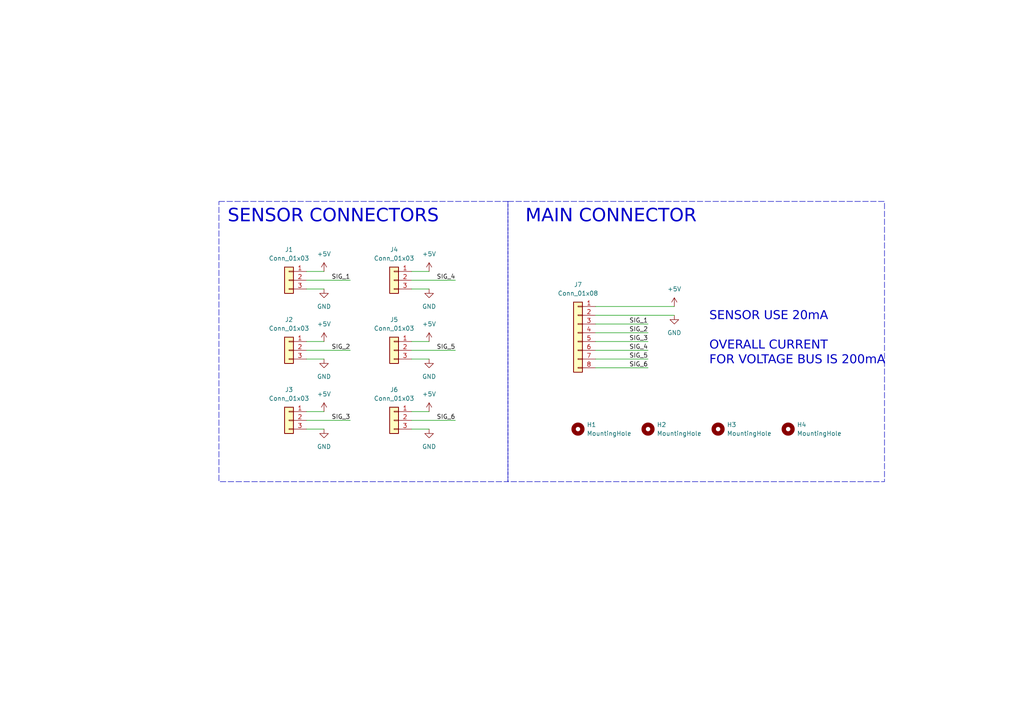
<source format=kicad_sch>
(kicad_sch (version 20230121) (generator eeschema)

  (uuid 27f330ac-d557-490c-84f6-d8c7ba02646e)

  (paper "A4")

  (title_block
    (date "2023-10-24")
  )

  (lib_symbols
    (symbol "Connector_Generic:Conn_01x03" (pin_names (offset 1.016) hide) (in_bom yes) (on_board yes)
      (property "Reference" "J" (at 0 5.08 0)
        (effects (font (size 1.27 1.27)))
      )
      (property "Value" "Conn_01x03" (at 0 -5.08 0)
        (effects (font (size 1.27 1.27)))
      )
      (property "Footprint" "" (at 0 0 0)
        (effects (font (size 1.27 1.27)) hide)
      )
      (property "Datasheet" "~" (at 0 0 0)
        (effects (font (size 1.27 1.27)) hide)
      )
      (property "ki_keywords" "connector" (at 0 0 0)
        (effects (font (size 1.27 1.27)) hide)
      )
      (property "ki_description" "Generic connector, single row, 01x03, script generated (kicad-library-utils/schlib/autogen/connector/)" (at 0 0 0)
        (effects (font (size 1.27 1.27)) hide)
      )
      (property "ki_fp_filters" "Connector*:*_1x??_*" (at 0 0 0)
        (effects (font (size 1.27 1.27)) hide)
      )
      (symbol "Conn_01x03_1_1"
        (rectangle (start -1.27 -2.413) (end 0 -2.667)
          (stroke (width 0.1524) (type default))
          (fill (type none))
        )
        (rectangle (start -1.27 0.127) (end 0 -0.127)
          (stroke (width 0.1524) (type default))
          (fill (type none))
        )
        (rectangle (start -1.27 2.667) (end 0 2.413)
          (stroke (width 0.1524) (type default))
          (fill (type none))
        )
        (rectangle (start -1.27 3.81) (end 1.27 -3.81)
          (stroke (width 0.254) (type default))
          (fill (type background))
        )
        (pin passive line (at -5.08 2.54 0) (length 3.81)
          (name "Pin_1" (effects (font (size 1.27 1.27))))
          (number "1" (effects (font (size 1.27 1.27))))
        )
        (pin passive line (at -5.08 0 0) (length 3.81)
          (name "Pin_2" (effects (font (size 1.27 1.27))))
          (number "2" (effects (font (size 1.27 1.27))))
        )
        (pin passive line (at -5.08 -2.54 0) (length 3.81)
          (name "Pin_3" (effects (font (size 1.27 1.27))))
          (number "3" (effects (font (size 1.27 1.27))))
        )
      )
    )
    (symbol "Connector_Generic:Conn_01x08" (pin_names (offset 1.016) hide) (in_bom yes) (on_board yes)
      (property "Reference" "J" (at 0 10.16 0)
        (effects (font (size 1.27 1.27)))
      )
      (property "Value" "Conn_01x08" (at 0 -12.7 0)
        (effects (font (size 1.27 1.27)))
      )
      (property "Footprint" "" (at 0 0 0)
        (effects (font (size 1.27 1.27)) hide)
      )
      (property "Datasheet" "~" (at 0 0 0)
        (effects (font (size 1.27 1.27)) hide)
      )
      (property "ki_keywords" "connector" (at 0 0 0)
        (effects (font (size 1.27 1.27)) hide)
      )
      (property "ki_description" "Generic connector, single row, 01x08, script generated (kicad-library-utils/schlib/autogen/connector/)" (at 0 0 0)
        (effects (font (size 1.27 1.27)) hide)
      )
      (property "ki_fp_filters" "Connector*:*_1x??_*" (at 0 0 0)
        (effects (font (size 1.27 1.27)) hide)
      )
      (symbol "Conn_01x08_1_1"
        (rectangle (start -1.27 -10.033) (end 0 -10.287)
          (stroke (width 0.1524) (type default))
          (fill (type none))
        )
        (rectangle (start -1.27 -7.493) (end 0 -7.747)
          (stroke (width 0.1524) (type default))
          (fill (type none))
        )
        (rectangle (start -1.27 -4.953) (end 0 -5.207)
          (stroke (width 0.1524) (type default))
          (fill (type none))
        )
        (rectangle (start -1.27 -2.413) (end 0 -2.667)
          (stroke (width 0.1524) (type default))
          (fill (type none))
        )
        (rectangle (start -1.27 0.127) (end 0 -0.127)
          (stroke (width 0.1524) (type default))
          (fill (type none))
        )
        (rectangle (start -1.27 2.667) (end 0 2.413)
          (stroke (width 0.1524) (type default))
          (fill (type none))
        )
        (rectangle (start -1.27 5.207) (end 0 4.953)
          (stroke (width 0.1524) (type default))
          (fill (type none))
        )
        (rectangle (start -1.27 7.747) (end 0 7.493)
          (stroke (width 0.1524) (type default))
          (fill (type none))
        )
        (rectangle (start -1.27 8.89) (end 1.27 -11.43)
          (stroke (width 0.254) (type default))
          (fill (type background))
        )
        (pin passive line (at -5.08 7.62 0) (length 3.81)
          (name "Pin_1" (effects (font (size 1.27 1.27))))
          (number "1" (effects (font (size 1.27 1.27))))
        )
        (pin passive line (at -5.08 5.08 0) (length 3.81)
          (name "Pin_2" (effects (font (size 1.27 1.27))))
          (number "2" (effects (font (size 1.27 1.27))))
        )
        (pin passive line (at -5.08 2.54 0) (length 3.81)
          (name "Pin_3" (effects (font (size 1.27 1.27))))
          (number "3" (effects (font (size 1.27 1.27))))
        )
        (pin passive line (at -5.08 0 0) (length 3.81)
          (name "Pin_4" (effects (font (size 1.27 1.27))))
          (number "4" (effects (font (size 1.27 1.27))))
        )
        (pin passive line (at -5.08 -2.54 0) (length 3.81)
          (name "Pin_5" (effects (font (size 1.27 1.27))))
          (number "5" (effects (font (size 1.27 1.27))))
        )
        (pin passive line (at -5.08 -5.08 0) (length 3.81)
          (name "Pin_6" (effects (font (size 1.27 1.27))))
          (number "6" (effects (font (size 1.27 1.27))))
        )
        (pin passive line (at -5.08 -7.62 0) (length 3.81)
          (name "Pin_7" (effects (font (size 1.27 1.27))))
          (number "7" (effects (font (size 1.27 1.27))))
        )
        (pin passive line (at -5.08 -10.16 0) (length 3.81)
          (name "Pin_8" (effects (font (size 1.27 1.27))))
          (number "8" (effects (font (size 1.27 1.27))))
        )
      )
    )
    (symbol "Mechanical:MountingHole" (pin_names (offset 1.016)) (in_bom yes) (on_board yes)
      (property "Reference" "H" (at 0 5.08 0)
        (effects (font (size 1.27 1.27)))
      )
      (property "Value" "MountingHole" (at 0 3.175 0)
        (effects (font (size 1.27 1.27)))
      )
      (property "Footprint" "" (at 0 0 0)
        (effects (font (size 1.27 1.27)) hide)
      )
      (property "Datasheet" "~" (at 0 0 0)
        (effects (font (size 1.27 1.27)) hide)
      )
      (property "ki_keywords" "mounting hole" (at 0 0 0)
        (effects (font (size 1.27 1.27)) hide)
      )
      (property "ki_description" "Mounting Hole without connection" (at 0 0 0)
        (effects (font (size 1.27 1.27)) hide)
      )
      (property "ki_fp_filters" "MountingHole*" (at 0 0 0)
        (effects (font (size 1.27 1.27)) hide)
      )
      (symbol "MountingHole_0_1"
        (circle (center 0 0) (radius 1.27)
          (stroke (width 1.27) (type default))
          (fill (type none))
        )
      )
    )
    (symbol "power:+5V" (power) (pin_names (offset 0)) (in_bom yes) (on_board yes)
      (property "Reference" "#PWR" (at 0 -3.81 0)
        (effects (font (size 1.27 1.27)) hide)
      )
      (property "Value" "+5V" (at 0 3.556 0)
        (effects (font (size 1.27 1.27)))
      )
      (property "Footprint" "" (at 0 0 0)
        (effects (font (size 1.27 1.27)) hide)
      )
      (property "Datasheet" "" (at 0 0 0)
        (effects (font (size 1.27 1.27)) hide)
      )
      (property "ki_keywords" "global power" (at 0 0 0)
        (effects (font (size 1.27 1.27)) hide)
      )
      (property "ki_description" "Power symbol creates a global label with name \"+5V\"" (at 0 0 0)
        (effects (font (size 1.27 1.27)) hide)
      )
      (symbol "+5V_0_1"
        (polyline
          (pts
            (xy -0.762 1.27)
            (xy 0 2.54)
          )
          (stroke (width 0) (type default))
          (fill (type none))
        )
        (polyline
          (pts
            (xy 0 0)
            (xy 0 2.54)
          )
          (stroke (width 0) (type default))
          (fill (type none))
        )
        (polyline
          (pts
            (xy 0 2.54)
            (xy 0.762 1.27)
          )
          (stroke (width 0) (type default))
          (fill (type none))
        )
      )
      (symbol "+5V_1_1"
        (pin power_in line (at 0 0 90) (length 0) hide
          (name "+5V" (effects (font (size 1.27 1.27))))
          (number "1" (effects (font (size 1.27 1.27))))
        )
      )
    )
    (symbol "power:GND" (power) (pin_names (offset 0)) (in_bom yes) (on_board yes)
      (property "Reference" "#PWR" (at 0 -6.35 0)
        (effects (font (size 1.27 1.27)) hide)
      )
      (property "Value" "GND" (at 0 -3.81 0)
        (effects (font (size 1.27 1.27)))
      )
      (property "Footprint" "" (at 0 0 0)
        (effects (font (size 1.27 1.27)) hide)
      )
      (property "Datasheet" "" (at 0 0 0)
        (effects (font (size 1.27 1.27)) hide)
      )
      (property "ki_keywords" "global power" (at 0 0 0)
        (effects (font (size 1.27 1.27)) hide)
      )
      (property "ki_description" "Power symbol creates a global label with name \"GND\" , ground" (at 0 0 0)
        (effects (font (size 1.27 1.27)) hide)
      )
      (symbol "GND_0_1"
        (polyline
          (pts
            (xy 0 0)
            (xy 0 -1.27)
            (xy 1.27 -1.27)
            (xy 0 -2.54)
            (xy -1.27 -1.27)
            (xy 0 -1.27)
          )
          (stroke (width 0) (type default))
          (fill (type none))
        )
      )
      (symbol "GND_1_1"
        (pin power_in line (at 0 0 270) (length 0) hide
          (name "GND" (effects (font (size 1.27 1.27))))
          (number "1" (effects (font (size 1.27 1.27))))
        )
      )
    )
  )


  (wire (pts (xy 88.9 81.28) (xy 101.6 81.28))
    (stroke (width 0) (type default))
    (uuid 05208239-0cf9-4c80-9c11-d1ff4ca1d3bd)
  )
  (wire (pts (xy 172.72 101.6) (xy 187.96 101.6))
    (stroke (width 0) (type default))
    (uuid 1e86759a-828c-4647-bb68-59c230688a47)
  )
  (wire (pts (xy 119.38 119.38) (xy 124.46 119.38))
    (stroke (width 0) (type default))
    (uuid 2e8a29d8-b0c3-4655-aa00-4d9e2e8c80c1)
  )
  (wire (pts (xy 119.38 121.92) (xy 132.08 121.92))
    (stroke (width 0) (type default))
    (uuid 366ad9cc-b629-468a-839e-a313f996a5d0)
  )
  (wire (pts (xy 88.9 78.74) (xy 93.98 78.74))
    (stroke (width 0) (type default))
    (uuid 43c82342-0eed-488c-830a-5b903ee32152)
  )
  (wire (pts (xy 119.38 124.46) (xy 124.46 124.46))
    (stroke (width 0) (type default))
    (uuid 4d3ddefa-c9f9-4e79-8c28-fadd25ed17ae)
  )
  (wire (pts (xy 88.9 124.46) (xy 93.98 124.46))
    (stroke (width 0) (type default))
    (uuid 53ac24df-ed87-401e-9621-643694034fd1)
  )
  (wire (pts (xy 172.72 96.52) (xy 187.96 96.52))
    (stroke (width 0) (type default))
    (uuid 6589e6b2-a128-4198-aa9d-3390801a1bfc)
  )
  (wire (pts (xy 119.38 78.74) (xy 124.46 78.74))
    (stroke (width 0) (type default))
    (uuid 79540147-24ee-4147-b399-82e97a97e843)
  )
  (wire (pts (xy 119.38 101.6) (xy 132.08 101.6))
    (stroke (width 0) (type default))
    (uuid 7d9dac02-4557-4f85-85a2-9c5afee493ac)
  )
  (wire (pts (xy 172.72 88.9) (xy 195.58 88.9))
    (stroke (width 0) (type default))
    (uuid 854d10d4-d98d-4af3-9af7-7b9818739a77)
  )
  (wire (pts (xy 172.72 91.44) (xy 195.58 91.44))
    (stroke (width 0) (type default))
    (uuid 917a6427-929b-4f95-bc60-ad0c7a98f70a)
  )
  (wire (pts (xy 119.38 99.06) (xy 124.46 99.06))
    (stroke (width 0) (type default))
    (uuid 9bee4bda-849f-480d-9f33-50b3a2d44545)
  )
  (wire (pts (xy 172.72 104.14) (xy 187.96 104.14))
    (stroke (width 0) (type default))
    (uuid a167608d-6a36-415e-ab4d-1f49d94d05f6)
  )
  (wire (pts (xy 88.9 121.92) (xy 101.6 121.92))
    (stroke (width 0) (type default))
    (uuid a5cc2b1b-bb03-4356-b48d-15c1ba398e47)
  )
  (wire (pts (xy 172.72 99.06) (xy 187.96 99.06))
    (stroke (width 0) (type default))
    (uuid ac82a785-2b0a-4c8e-af00-287be78185f3)
  )
  (wire (pts (xy 88.9 99.06) (xy 93.98 99.06))
    (stroke (width 0) (type default))
    (uuid bc3d1854-d1a2-412a-a738-5319be710301)
  )
  (wire (pts (xy 88.9 101.6) (xy 101.6 101.6))
    (stroke (width 0) (type default))
    (uuid bdb3f271-d25e-493a-b507-00cf92c03020)
  )
  (wire (pts (xy 172.72 93.98) (xy 187.96 93.98))
    (stroke (width 0) (type default))
    (uuid cbf504f8-162a-4bfe-b2a6-8ffc2636bea9)
  )
  (wire (pts (xy 119.38 81.28) (xy 132.08 81.28))
    (stroke (width 0) (type default))
    (uuid d13b0986-51fc-4e02-ae2e-3571dfd153d4)
  )
  (wire (pts (xy 88.9 104.14) (xy 93.98 104.14))
    (stroke (width 0) (type default))
    (uuid d4f6846f-3eac-42d5-a7bd-7679cd58495a)
  )
  (wire (pts (xy 88.9 119.38) (xy 93.98 119.38))
    (stroke (width 0) (type default))
    (uuid e7e32464-c2e1-4441-b71b-df8cef407b77)
  )
  (wire (pts (xy 119.38 83.82) (xy 124.46 83.82))
    (stroke (width 0) (type default))
    (uuid e93985ef-8d2a-476b-b1c3-3296eeb8e554)
  )
  (wire (pts (xy 88.9 83.82) (xy 93.98 83.82))
    (stroke (width 0) (type default))
    (uuid ef3675c7-a8ee-4c69-9511-4dc7cb1c1b96)
  )
  (wire (pts (xy 172.72 106.68) (xy 187.96 106.68))
    (stroke (width 0) (type default))
    (uuid f486b7d8-d46f-49ac-8b61-04e9424bdbd0)
  )
  (wire (pts (xy 119.38 104.14) (xy 124.46 104.14))
    (stroke (width 0) (type default))
    (uuid f6adf4fd-9abc-4d4d-bb02-1352f7d1ed7e)
  )

  (rectangle (start 63.5 58.42) (end 147.32 139.7)
    (stroke (width 0) (type dash))
    (fill (type none))
    (uuid 302255fd-40d7-448a-accf-315f87b9f34b)
  )
  (rectangle (start 147.32 58.42) (end 256.54 139.7)
    (stroke (width 0) (type dash))
    (fill (type none))
    (uuid fee40883-0447-43fe-a0c5-5674be857e71)
  )

  (text "MAIN CONNECTOR" (at 152.4 66.04 0)
    (effects (font (face "DAGGERSQUARE") (size 3.81 3.81)) (justify left bottom))
    (uuid 070a9d29-3243-43ae-aab7-f923b2920b2c)
  )
  (text "SENSOR USE 20mA\n\nOVERALL CURRENT \nFOR VOLTAGE BUS IS 200mA"
    (at 205.74 106.68 0)
    (effects (font (face "DAGGERSQUARE") (size 2.54 2.54)) (justify left bottom))
    (uuid 27caeea8-7894-43ad-8a6c-76a889122139)
  )
  (text "SENSOR CONNECTORS\n" (at 66.04 66.04 0)
    (effects (font (face "DAGGERSQUARE") (size 3.81 3.81)) (justify left bottom))
    (uuid 5606949f-b525-4ec0-add3-bea4be085fff)
  )

  (label "SIG_4" (at 187.96 101.6 180) (fields_autoplaced)
    (effects (font (size 1.27 1.27)) (justify right bottom))
    (uuid 02e3cc5a-a0ae-4a7c-8c9e-b22d12f25597)
  )
  (label "SIG_6" (at 187.96 106.68 180) (fields_autoplaced)
    (effects (font (size 1.27 1.27)) (justify right bottom))
    (uuid 06ddda1f-36cf-4657-a6d4-9490ecdb8f81)
  )
  (label "SIG_2" (at 101.6 101.6 180) (fields_autoplaced)
    (effects (font (size 1.27 1.27)) (justify right bottom))
    (uuid 29ce2b6c-1683-46ee-94f5-8845bf0a9e8f)
  )
  (label "SIG_1" (at 101.6 81.28 180) (fields_autoplaced)
    (effects (font (size 1.27 1.27)) (justify right bottom))
    (uuid 3efc8538-de61-4055-8937-a96488e19665)
  )
  (label "SIG_1" (at 187.96 93.98 180) (fields_autoplaced)
    (effects (font (size 1.27 1.27)) (justify right bottom))
    (uuid 4524dac3-c7f4-4c5b-98ec-f4e412f6ac97)
  )
  (label "SIG_5" (at 132.08 101.6 180) (fields_autoplaced)
    (effects (font (size 1.27 1.27)) (justify right bottom))
    (uuid 4a8a9d39-ffc5-4ceb-b3ac-2881a46639db)
  )
  (label "SIG_3" (at 101.6 121.92 180) (fields_autoplaced)
    (effects (font (size 1.27 1.27)) (justify right bottom))
    (uuid 698be583-4634-46d9-905a-ee011dbe7002)
  )
  (label "SIG_4" (at 132.08 81.28 180) (fields_autoplaced)
    (effects (font (size 1.27 1.27)) (justify right bottom))
    (uuid a616013d-6d72-426f-aaaf-857b46b6a7a4)
  )
  (label "SIG_2" (at 187.96 96.52 180) (fields_autoplaced)
    (effects (font (size 1.27 1.27)) (justify right bottom))
    (uuid c89484a9-b9fd-4d8d-9b26-ee1054f4843d)
  )
  (label "SIG_3" (at 187.96 99.06 180) (fields_autoplaced)
    (effects (font (size 1.27 1.27)) (justify right bottom))
    (uuid d215d1ea-524f-4439-9726-eea488245c40)
  )
  (label "SIG_5" (at 187.96 104.14 180) (fields_autoplaced)
    (effects (font (size 1.27 1.27)) (justify right bottom))
    (uuid d52b0884-8727-4547-894c-b2444f336f62)
  )
  (label "SIG_6" (at 132.08 121.92 180) (fields_autoplaced)
    (effects (font (size 1.27 1.27)) (justify right bottom))
    (uuid e35ce153-1289-4d29-aa74-4d97a334b914)
  )

  (symbol (lib_id "Connector_Generic:Conn_01x03") (at 83.82 121.92 0) (mirror y) (unit 1)
    (in_bom yes) (on_board yes) (dnp no) (fields_autoplaced)
    (uuid 04ecd24a-6ff2-4d73-aff9-ba2da783e88b)
    (property "Reference" "J3" (at 83.82 113.03 0)
      (effects (font (size 1.27 1.27)))
    )
    (property "Value" "Conn_01x03" (at 83.82 115.57 0)
      (effects (font (size 1.27 1.27)))
    )
    (property "Footprint" "Connector_JST:JST_PH_B3B-PH-K_1x03_P2.00mm_Vertical" (at 83.82 121.92 0)
      (effects (font (size 1.27 1.27)) hide)
    )
    (property "Datasheet" "~" (at 83.82 121.92 0)
      (effects (font (size 1.27 1.27)) hide)
    )
    (property "LCSC" "C131339" (at 83.82 121.92 0)
      (effects (font (size 1.27 1.27)) hide)
    )
    (pin "1" (uuid 2370c69a-6aa7-4050-a1b8-ed718a57ac4c))
    (pin "2" (uuid 64614535-c278-47cd-bd44-fcbd2477859f))
    (pin "3" (uuid 097be400-4544-4a77-9d6b-b20f561c6896))
    (instances
      (project "sensor_connection_board"
        (path "/27f330ac-d557-490c-84f6-d8c7ba02646e"
          (reference "J3") (unit 1)
        )
      )
    )
  )

  (symbol (lib_id "Connector_Generic:Conn_01x03") (at 83.82 101.6 0) (mirror y) (unit 1)
    (in_bom yes) (on_board yes) (dnp no) (fields_autoplaced)
    (uuid 0b0ffafc-d0ca-4871-b88f-3731469b68ad)
    (property "Reference" "J2" (at 83.82 92.71 0)
      (effects (font (size 1.27 1.27)))
    )
    (property "Value" "Conn_01x03" (at 83.82 95.25 0)
      (effects (font (size 1.27 1.27)))
    )
    (property "Footprint" "Connector_JST:JST_PH_B3B-PH-K_1x03_P2.00mm_Vertical" (at 83.82 101.6 0)
      (effects (font (size 1.27 1.27)) hide)
    )
    (property "Datasheet" "~" (at 83.82 101.6 0)
      (effects (font (size 1.27 1.27)) hide)
    )
    (property "LCSC" "C131339" (at 83.82 101.6 0)
      (effects (font (size 1.27 1.27)) hide)
    )
    (pin "1" (uuid f15f9352-7a2f-44f6-93d4-f4d370672843))
    (pin "2" (uuid c00b7b82-cee8-4578-a5ae-9e439b01bad7))
    (pin "3" (uuid 2373a3a6-66cb-414f-b45b-5abf85fc93ba))
    (instances
      (project "sensor_connection_board"
        (path "/27f330ac-d557-490c-84f6-d8c7ba02646e"
          (reference "J2") (unit 1)
        )
      )
    )
  )

  (symbol (lib_id "power:+5V") (at 124.46 99.06 0) (unit 1)
    (in_bom yes) (on_board yes) (dnp no) (fields_autoplaced)
    (uuid 19408f80-f006-4b03-9999-16e922739844)
    (property "Reference" "#PWR010" (at 124.46 102.87 0)
      (effects (font (size 1.27 1.27)) hide)
    )
    (property "Value" "+5V" (at 124.46 93.98 0)
      (effects (font (size 1.27 1.27)))
    )
    (property "Footprint" "" (at 124.46 99.06 0)
      (effects (font (size 1.27 1.27)) hide)
    )
    (property "Datasheet" "" (at 124.46 99.06 0)
      (effects (font (size 1.27 1.27)) hide)
    )
    (pin "1" (uuid c7efa34d-36e9-4a81-bf93-9ca922d297c4))
    (instances
      (project "sensor_connection_board"
        (path "/27f330ac-d557-490c-84f6-d8c7ba02646e"
          (reference "#PWR010") (unit 1)
        )
      )
    )
  )

  (symbol (lib_id "power:GND") (at 93.98 104.14 0) (unit 1)
    (in_bom yes) (on_board yes) (dnp no) (fields_autoplaced)
    (uuid 23847d52-f89d-4538-9000-595043869d9b)
    (property "Reference" "#PWR03" (at 93.98 110.49 0)
      (effects (font (size 1.27 1.27)) hide)
    )
    (property "Value" "GND" (at 93.98 109.2201 0)
      (effects (font (size 1.27 1.27)))
    )
    (property "Footprint" "" (at 93.98 104.14 0)
      (effects (font (size 1.27 1.27)) hide)
    )
    (property "Datasheet" "" (at 93.98 104.14 0)
      (effects (font (size 1.27 1.27)) hide)
    )
    (pin "1" (uuid 3edefb21-8bcc-4b29-863e-40df985ec915))
    (instances
      (project "sensor_connection_board"
        (path "/27f330ac-d557-490c-84f6-d8c7ba02646e"
          (reference "#PWR03") (unit 1)
        )
      )
    )
  )

  (symbol (lib_id "Connector_Generic:Conn_01x08") (at 167.64 96.52 0) (mirror y) (unit 1)
    (in_bom yes) (on_board yes) (dnp no) (fields_autoplaced)
    (uuid 24fa39cf-1d01-4ab4-a397-5ba3130b1c26)
    (property "Reference" "J7" (at 167.64 82.55 0)
      (effects (font (size 1.27 1.27)))
    )
    (property "Value" "Conn_01x08" (at 167.64 85.09 0)
      (effects (font (size 1.27 1.27)))
    )
    (property "Footprint" "Connector_JST:JST_PH_B8B-PH-K_1x08_P2.00mm_Vertical" (at 167.64 96.52 0)
      (effects (font (size 1.27 1.27)) hide)
    )
    (property "Datasheet" "~" (at 167.64 96.52 0)
      (effects (font (size 1.27 1.27)) hide)
    )
    (property "LCSC" "C157974" (at 167.64 96.52 0)
      (effects (font (size 1.27 1.27)) hide)
    )
    (pin "1" (uuid eca2aee7-0358-4107-a605-2532c13733cc))
    (pin "2" (uuid 82a83208-4178-42b4-bff1-651c6c79f777))
    (pin "3" (uuid e7e3d1a1-c8d1-440a-917a-cd02b65e7bf0))
    (pin "4" (uuid 22aa1a79-3d12-4400-abff-36d3aa2fe760))
    (pin "5" (uuid 55592326-e639-459d-bfc5-a7eeae568dd3))
    (pin "6" (uuid fcaa78e1-e4e5-4fa7-8103-9f903169567c))
    (pin "7" (uuid 538d7f33-6c70-4566-b121-e305b90e4a1b))
    (pin "8" (uuid 80ed79ca-7ac8-431d-a68b-24b35201aa24))
    (instances
      (project "sensor_connection_board"
        (path "/27f330ac-d557-490c-84f6-d8c7ba02646e"
          (reference "J7") (unit 1)
        )
      )
    )
  )

  (symbol (lib_id "Mechanical:MountingHole") (at 208.28 124.46 0) (unit 1)
    (in_bom yes) (on_board yes) (dnp no) (fields_autoplaced)
    (uuid 29a6d939-3c5b-4ecd-b443-e6b539608106)
    (property "Reference" "H3" (at 210.82 123.19 0)
      (effects (font (size 1.27 1.27)) (justify left))
    )
    (property "Value" "MountingHole" (at 210.82 125.73 0)
      (effects (font (size 1.27 1.27)) (justify left))
    )
    (property "Footprint" "MountingHole:MountingHole_3.2mm_M3_ISO7380" (at 208.28 124.46 0)
      (effects (font (size 1.27 1.27)) hide)
    )
    (property "Datasheet" "~" (at 208.28 124.46 0)
      (effects (font (size 1.27 1.27)) hide)
    )
    (instances
      (project "sensor_connection_board"
        (path "/27f330ac-d557-490c-84f6-d8c7ba02646e"
          (reference "H3") (unit 1)
        )
      )
    )
  )

  (symbol (lib_id "power:+5V") (at 195.58 88.9 0) (unit 1)
    (in_bom yes) (on_board yes) (dnp no) (fields_autoplaced)
    (uuid 32747072-39ec-4c51-acc3-42d044eaa8a1)
    (property "Reference" "#PWR013" (at 195.58 92.71 0)
      (effects (font (size 1.27 1.27)) hide)
    )
    (property "Value" "+5V" (at 195.58 83.82 0)
      (effects (font (size 1.27 1.27)))
    )
    (property "Footprint" "" (at 195.58 88.9 0)
      (effects (font (size 1.27 1.27)) hide)
    )
    (property "Datasheet" "" (at 195.58 88.9 0)
      (effects (font (size 1.27 1.27)) hide)
    )
    (pin "1" (uuid 0d821cc5-be74-4183-9ebd-b88b1ee30129))
    (instances
      (project "sensor_connection_board"
        (path "/27f330ac-d557-490c-84f6-d8c7ba02646e"
          (reference "#PWR013") (unit 1)
        )
      )
    )
  )

  (symbol (lib_id "power:+5V") (at 93.98 78.74 0) (unit 1)
    (in_bom yes) (on_board yes) (dnp no) (fields_autoplaced)
    (uuid 36cca18a-120f-4ec8-b4e2-4062d3a9833d)
    (property "Reference" "#PWR01" (at 93.98 82.55 0)
      (effects (font (size 1.27 1.27)) hide)
    )
    (property "Value" "+5V" (at 93.98 73.66 0)
      (effects (font (size 1.27 1.27)))
    )
    (property "Footprint" "" (at 93.98 78.74 0)
      (effects (font (size 1.27 1.27)) hide)
    )
    (property "Datasheet" "" (at 93.98 78.74 0)
      (effects (font (size 1.27 1.27)) hide)
    )
    (pin "1" (uuid 79cfeca1-6270-4452-8e09-298c8b957399))
    (instances
      (project "sensor_connection_board"
        (path "/27f330ac-d557-490c-84f6-d8c7ba02646e"
          (reference "#PWR01") (unit 1)
        )
      )
    )
  )

  (symbol (lib_id "Connector_Generic:Conn_01x03") (at 114.3 121.92 0) (mirror y) (unit 1)
    (in_bom yes) (on_board yes) (dnp no) (fields_autoplaced)
    (uuid 3cecdccb-2cbf-4bc8-bacb-340022564202)
    (property "Reference" "J6" (at 114.3 113.03 0)
      (effects (font (size 1.27 1.27)))
    )
    (property "Value" "Conn_01x03" (at 114.3 115.57 0)
      (effects (font (size 1.27 1.27)))
    )
    (property "Footprint" "Connector_JST:JST_PH_B3B-PH-K_1x03_P2.00mm_Vertical" (at 114.3 121.92 0)
      (effects (font (size 1.27 1.27)) hide)
    )
    (property "Datasheet" "~" (at 114.3 121.92 0)
      (effects (font (size 1.27 1.27)) hide)
    )
    (property "LCSC" "C131339" (at 114.3 121.92 0)
      (effects (font (size 1.27 1.27)) hide)
    )
    (pin "1" (uuid 5119039e-6528-4947-b704-b91d688d9c29))
    (pin "2" (uuid 526f5059-2751-4c70-936a-ce4772ccdb44))
    (pin "3" (uuid 1ddc2e7c-7815-4e1e-989c-2f6fcf1c35f2))
    (instances
      (project "sensor_connection_board"
        (path "/27f330ac-d557-490c-84f6-d8c7ba02646e"
          (reference "J6") (unit 1)
        )
      )
    )
  )

  (symbol (lib_id "power:GND") (at 124.46 104.14 0) (unit 1)
    (in_bom yes) (on_board yes) (dnp no) (fields_autoplaced)
    (uuid 411bc69a-4df6-4374-a847-ee1ee6db865b)
    (property "Reference" "#PWR09" (at 124.46 110.49 0)
      (effects (font (size 1.27 1.27)) hide)
    )
    (property "Value" "GND" (at 124.46 109.2201 0)
      (effects (font (size 1.27 1.27)))
    )
    (property "Footprint" "" (at 124.46 104.14 0)
      (effects (font (size 1.27 1.27)) hide)
    )
    (property "Datasheet" "" (at 124.46 104.14 0)
      (effects (font (size 1.27 1.27)) hide)
    )
    (pin "1" (uuid 802cddf0-0810-497d-aceb-706b323f5ac8))
    (instances
      (project "sensor_connection_board"
        (path "/27f330ac-d557-490c-84f6-d8c7ba02646e"
          (reference "#PWR09") (unit 1)
        )
      )
    )
  )

  (symbol (lib_id "power:GND") (at 93.98 124.46 0) (unit 1)
    (in_bom yes) (on_board yes) (dnp no) (fields_autoplaced)
    (uuid 43e14518-eb1c-4d0b-b002-baef26bfc330)
    (property "Reference" "#PWR05" (at 93.98 130.81 0)
      (effects (font (size 1.27 1.27)) hide)
    )
    (property "Value" "GND" (at 93.98 129.5401 0)
      (effects (font (size 1.27 1.27)))
    )
    (property "Footprint" "" (at 93.98 124.46 0)
      (effects (font (size 1.27 1.27)) hide)
    )
    (property "Datasheet" "" (at 93.98 124.46 0)
      (effects (font (size 1.27 1.27)) hide)
    )
    (pin "1" (uuid 7a8241d4-29c0-4038-a786-2470ced3c348))
    (instances
      (project "sensor_connection_board"
        (path "/27f330ac-d557-490c-84f6-d8c7ba02646e"
          (reference "#PWR05") (unit 1)
        )
      )
    )
  )

  (symbol (lib_id "power:GND") (at 195.58 91.44 0) (unit 1)
    (in_bom yes) (on_board yes) (dnp no) (fields_autoplaced)
    (uuid 4d7b0132-2d3d-4170-973a-83cadf64fd8c)
    (property "Reference" "#PWR014" (at 195.58 97.79 0)
      (effects (font (size 1.27 1.27)) hide)
    )
    (property "Value" "GND" (at 195.58 96.5201 0)
      (effects (font (size 1.27 1.27)))
    )
    (property "Footprint" "" (at 195.58 91.44 0)
      (effects (font (size 1.27 1.27)) hide)
    )
    (property "Datasheet" "" (at 195.58 91.44 0)
      (effects (font (size 1.27 1.27)) hide)
    )
    (pin "1" (uuid d8f490ac-f2bc-4e03-be69-af5875e7457e))
    (instances
      (project "sensor_connection_board"
        (path "/27f330ac-d557-490c-84f6-d8c7ba02646e"
          (reference "#PWR014") (unit 1)
        )
      )
    )
  )

  (symbol (lib_id "power:GND") (at 93.98 83.82 0) (unit 1)
    (in_bom yes) (on_board yes) (dnp no) (fields_autoplaced)
    (uuid 545a72d6-4f90-42f5-a441-16a096f688e7)
    (property "Reference" "#PWR02" (at 93.98 90.17 0)
      (effects (font (size 1.27 1.27)) hide)
    )
    (property "Value" "GND" (at 93.98 88.9001 0)
      (effects (font (size 1.27 1.27)))
    )
    (property "Footprint" "" (at 93.98 83.82 0)
      (effects (font (size 1.27 1.27)) hide)
    )
    (property "Datasheet" "" (at 93.98 83.82 0)
      (effects (font (size 1.27 1.27)) hide)
    )
    (pin "1" (uuid dc0ed163-f176-4089-8646-e1c147c0b721))
    (instances
      (project "sensor_connection_board"
        (path "/27f330ac-d557-490c-84f6-d8c7ba02646e"
          (reference "#PWR02") (unit 1)
        )
      )
    )
  )

  (symbol (lib_id "power:+5V") (at 124.46 78.74 0) (unit 1)
    (in_bom yes) (on_board yes) (dnp no) (fields_autoplaced)
    (uuid 5a0aa40c-b066-4d67-bd8d-56b9efb15652)
    (property "Reference" "#PWR08" (at 124.46 82.55 0)
      (effects (font (size 1.27 1.27)) hide)
    )
    (property "Value" "+5V" (at 124.46 73.66 0)
      (effects (font (size 1.27 1.27)))
    )
    (property "Footprint" "" (at 124.46 78.74 0)
      (effects (font (size 1.27 1.27)) hide)
    )
    (property "Datasheet" "" (at 124.46 78.74 0)
      (effects (font (size 1.27 1.27)) hide)
    )
    (pin "1" (uuid d6fad080-043b-45ca-ade1-88547a1b062a))
    (instances
      (project "sensor_connection_board"
        (path "/27f330ac-d557-490c-84f6-d8c7ba02646e"
          (reference "#PWR08") (unit 1)
        )
      )
    )
  )

  (symbol (lib_id "Connector_Generic:Conn_01x03") (at 114.3 101.6 0) (mirror y) (unit 1)
    (in_bom yes) (on_board yes) (dnp no) (fields_autoplaced)
    (uuid 5bda2748-3643-4499-bf0d-6d286c1ea2be)
    (property "Reference" "J5" (at 114.3 92.71 0)
      (effects (font (size 1.27 1.27)))
    )
    (property "Value" "Conn_01x03" (at 114.3 95.25 0)
      (effects (font (size 1.27 1.27)))
    )
    (property "Footprint" "Connector_JST:JST_PH_B3B-PH-K_1x03_P2.00mm_Vertical" (at 114.3 101.6 0)
      (effects (font (size 1.27 1.27)) hide)
    )
    (property "Datasheet" "~" (at 114.3 101.6 0)
      (effects (font (size 1.27 1.27)) hide)
    )
    (property "LCSC" "C131339" (at 114.3 101.6 0)
      (effects (font (size 1.27 1.27)) hide)
    )
    (pin "1" (uuid 3295a8e5-08c4-4599-86b8-1aeb3adeb828))
    (pin "2" (uuid 1c648119-ee5b-41f2-ae46-d3ba475f755a))
    (pin "3" (uuid d6d81e13-c2c6-4c1d-b810-eeb3be79b528))
    (instances
      (project "sensor_connection_board"
        (path "/27f330ac-d557-490c-84f6-d8c7ba02646e"
          (reference "J5") (unit 1)
        )
      )
    )
  )

  (symbol (lib_id "Connector_Generic:Conn_01x03") (at 114.3 81.28 0) (mirror y) (unit 1)
    (in_bom yes) (on_board yes) (dnp no) (fields_autoplaced)
    (uuid 5e6bea66-48a7-4779-8192-40cadf07acaf)
    (property "Reference" "J4" (at 114.3 72.39 0)
      (effects (font (size 1.27 1.27)))
    )
    (property "Value" "Conn_01x03" (at 114.3 74.93 0)
      (effects (font (size 1.27 1.27)))
    )
    (property "Footprint" "Connector_JST:JST_PH_B3B-PH-K_1x03_P2.00mm_Vertical" (at 114.3 81.28 0)
      (effects (font (size 1.27 1.27)) hide)
    )
    (property "Datasheet" "~" (at 114.3 81.28 0)
      (effects (font (size 1.27 1.27)) hide)
    )
    (property "LCSC" "C131339" (at 114.3 81.28 0)
      (effects (font (size 1.27 1.27)) hide)
    )
    (pin "1" (uuid 6593b6e9-900b-4717-b353-f7dde32efb15))
    (pin "2" (uuid 2ff8c3ee-9042-4fba-badd-f0cf9e3d8779))
    (pin "3" (uuid 08a818cb-f8c4-4deb-9498-00bba77dd1fc))
    (instances
      (project "sensor_connection_board"
        (path "/27f330ac-d557-490c-84f6-d8c7ba02646e"
          (reference "J4") (unit 1)
        )
      )
    )
  )

  (symbol (lib_id "power:GND") (at 124.46 124.46 0) (unit 1)
    (in_bom yes) (on_board yes) (dnp no) (fields_autoplaced)
    (uuid 7c06c24a-b323-448f-b4e9-3503a261c263)
    (property "Reference" "#PWR011" (at 124.46 130.81 0)
      (effects (font (size 1.27 1.27)) hide)
    )
    (property "Value" "GND" (at 124.46 129.5401 0)
      (effects (font (size 1.27 1.27)))
    )
    (property "Footprint" "" (at 124.46 124.46 0)
      (effects (font (size 1.27 1.27)) hide)
    )
    (property "Datasheet" "" (at 124.46 124.46 0)
      (effects (font (size 1.27 1.27)) hide)
    )
    (pin "1" (uuid 04ca5f42-ff4a-4fe3-bee0-4482970a4802))
    (instances
      (project "sensor_connection_board"
        (path "/27f330ac-d557-490c-84f6-d8c7ba02646e"
          (reference "#PWR011") (unit 1)
        )
      )
    )
  )

  (symbol (lib_id "Connector_Generic:Conn_01x03") (at 83.82 81.28 0) (mirror y) (unit 1)
    (in_bom yes) (on_board yes) (dnp no) (fields_autoplaced)
    (uuid 7fe68bcc-8759-4038-bd02-691374f09924)
    (property "Reference" "J1" (at 83.82 72.39 0)
      (effects (font (size 1.27 1.27)))
    )
    (property "Value" "Conn_01x03" (at 83.82 74.93 0)
      (effects (font (size 1.27 1.27)))
    )
    (property "Footprint" "Connector_JST:JST_PH_B3B-PH-K_1x03_P2.00mm_Vertical" (at 83.82 81.28 0)
      (effects (font (size 1.27 1.27)) hide)
    )
    (property "Datasheet" "~" (at 83.82 81.28 0)
      (effects (font (size 1.27 1.27)) hide)
    )
    (property "LCSC" "C131339" (at 83.82 81.28 0)
      (effects (font (size 1.27 1.27)) hide)
    )
    (pin "1" (uuid 53515eba-b3f4-4332-872c-3c1bef402ed3))
    (pin "2" (uuid d5088e43-410e-4952-b670-7fe5a4931616))
    (pin "3" (uuid 7662e048-f5db-4fa5-8efa-b7e66d7bcdf6))
    (instances
      (project "sensor_connection_board"
        (path "/27f330ac-d557-490c-84f6-d8c7ba02646e"
          (reference "J1") (unit 1)
        )
      )
    )
  )

  (symbol (lib_id "power:+5V") (at 93.98 99.06 0) (unit 1)
    (in_bom yes) (on_board yes) (dnp no) (fields_autoplaced)
    (uuid 86023bdb-6c34-4529-8e4d-2baf60b4db4b)
    (property "Reference" "#PWR04" (at 93.98 102.87 0)
      (effects (font (size 1.27 1.27)) hide)
    )
    (property "Value" "+5V" (at 93.98 93.98 0)
      (effects (font (size 1.27 1.27)))
    )
    (property "Footprint" "" (at 93.98 99.06 0)
      (effects (font (size 1.27 1.27)) hide)
    )
    (property "Datasheet" "" (at 93.98 99.06 0)
      (effects (font (size 1.27 1.27)) hide)
    )
    (pin "1" (uuid eccf2312-0cb0-4d85-87dd-1ae9b3ec6ef5))
    (instances
      (project "sensor_connection_board"
        (path "/27f330ac-d557-490c-84f6-d8c7ba02646e"
          (reference "#PWR04") (unit 1)
        )
      )
    )
  )

  (symbol (lib_id "power:+5V") (at 93.98 119.38 0) (unit 1)
    (in_bom yes) (on_board yes) (dnp no) (fields_autoplaced)
    (uuid b95b3a06-80ad-44e6-96f3-ac06b20e2702)
    (property "Reference" "#PWR06" (at 93.98 123.19 0)
      (effects (font (size 1.27 1.27)) hide)
    )
    (property "Value" "+5V" (at 93.98 114.3 0)
      (effects (font (size 1.27 1.27)))
    )
    (property "Footprint" "" (at 93.98 119.38 0)
      (effects (font (size 1.27 1.27)) hide)
    )
    (property "Datasheet" "" (at 93.98 119.38 0)
      (effects (font (size 1.27 1.27)) hide)
    )
    (pin "1" (uuid 896db2b5-09ab-48fb-a05b-c4ccf0f33a85))
    (instances
      (project "sensor_connection_board"
        (path "/27f330ac-d557-490c-84f6-d8c7ba02646e"
          (reference "#PWR06") (unit 1)
        )
      )
    )
  )

  (symbol (lib_id "Mechanical:MountingHole") (at 187.96 124.46 0) (unit 1)
    (in_bom yes) (on_board yes) (dnp no) (fields_autoplaced)
    (uuid bbd65648-90db-4ff4-b802-4357f831cc90)
    (property "Reference" "H2" (at 190.5 123.19 0)
      (effects (font (size 1.27 1.27)) (justify left))
    )
    (property "Value" "MountingHole" (at 190.5 125.73 0)
      (effects (font (size 1.27 1.27)) (justify left))
    )
    (property "Footprint" "MountingHole:MountingHole_3.2mm_M3_ISO7380" (at 187.96 124.46 0)
      (effects (font (size 1.27 1.27)) hide)
    )
    (property "Datasheet" "~" (at 187.96 124.46 0)
      (effects (font (size 1.27 1.27)) hide)
    )
    (instances
      (project "sensor_connection_board"
        (path "/27f330ac-d557-490c-84f6-d8c7ba02646e"
          (reference "H2") (unit 1)
        )
      )
    )
  )

  (symbol (lib_id "power:+5V") (at 124.46 119.38 0) (unit 1)
    (in_bom yes) (on_board yes) (dnp no) (fields_autoplaced)
    (uuid c4bb6a26-da01-48d1-8be8-e4cf35b74ed0)
    (property "Reference" "#PWR012" (at 124.46 123.19 0)
      (effects (font (size 1.27 1.27)) hide)
    )
    (property "Value" "+5V" (at 124.46 114.3 0)
      (effects (font (size 1.27 1.27)))
    )
    (property "Footprint" "" (at 124.46 119.38 0)
      (effects (font (size 1.27 1.27)) hide)
    )
    (property "Datasheet" "" (at 124.46 119.38 0)
      (effects (font (size 1.27 1.27)) hide)
    )
    (pin "1" (uuid 7b0a7e9c-3acd-420c-bd04-5cb131ab2118))
    (instances
      (project "sensor_connection_board"
        (path "/27f330ac-d557-490c-84f6-d8c7ba02646e"
          (reference "#PWR012") (unit 1)
        )
      )
    )
  )

  (symbol (lib_id "power:GND") (at 124.46 83.82 0) (unit 1)
    (in_bom yes) (on_board yes) (dnp no) (fields_autoplaced)
    (uuid d4f7259c-b82d-452f-8b1c-b5a10f736441)
    (property "Reference" "#PWR07" (at 124.46 90.17 0)
      (effects (font (size 1.27 1.27)) hide)
    )
    (property "Value" "GND" (at 124.46 88.9001 0)
      (effects (font (size 1.27 1.27)))
    )
    (property "Footprint" "" (at 124.46 83.82 0)
      (effects (font (size 1.27 1.27)) hide)
    )
    (property "Datasheet" "" (at 124.46 83.82 0)
      (effects (font (size 1.27 1.27)) hide)
    )
    (pin "1" (uuid 4a6370af-683b-4f36-8c8a-2d22df0bb954))
    (instances
      (project "sensor_connection_board"
        (path "/27f330ac-d557-490c-84f6-d8c7ba02646e"
          (reference "#PWR07") (unit 1)
        )
      )
    )
  )

  (symbol (lib_id "Mechanical:MountingHole") (at 167.64 124.46 0) (unit 1)
    (in_bom yes) (on_board yes) (dnp no) (fields_autoplaced)
    (uuid ed3ce539-0864-4a8d-865b-5b9e02d3514c)
    (property "Reference" "H1" (at 170.18 123.19 0)
      (effects (font (size 1.27 1.27)) (justify left))
    )
    (property "Value" "MountingHole" (at 170.18 125.73 0)
      (effects (font (size 1.27 1.27)) (justify left))
    )
    (property "Footprint" "MountingHole:MountingHole_3.2mm_M3_ISO7380" (at 167.64 124.46 0)
      (effects (font (size 1.27 1.27)) hide)
    )
    (property "Datasheet" "~" (at 167.64 124.46 0)
      (effects (font (size 1.27 1.27)) hide)
    )
    (instances
      (project "sensor_connection_board"
        (path "/27f330ac-d557-490c-84f6-d8c7ba02646e"
          (reference "H1") (unit 1)
        )
      )
    )
  )

  (symbol (lib_id "Mechanical:MountingHole") (at 228.6 124.46 0) (unit 1)
    (in_bom yes) (on_board yes) (dnp no) (fields_autoplaced)
    (uuid ee79a1ff-5ac8-4805-a67f-8151dd5277ad)
    (property "Reference" "H4" (at 231.14 123.19 0)
      (effects (font (size 1.27 1.27)) (justify left))
    )
    (property "Value" "MountingHole" (at 231.14 125.73 0)
      (effects (font (size 1.27 1.27)) (justify left))
    )
    (property "Footprint" "MountingHole:MountingHole_3.2mm_M3_ISO7380" (at 228.6 124.46 0)
      (effects (font (size 1.27 1.27)) hide)
    )
    (property "Datasheet" "~" (at 228.6 124.46 0)
      (effects (font (size 1.27 1.27)) hide)
    )
    (instances
      (project "sensor_connection_board"
        (path "/27f330ac-d557-490c-84f6-d8c7ba02646e"
          (reference "H4") (unit 1)
        )
      )
    )
  )

  (sheet_instances
    (path "/" (page "1"))
  )
)

</source>
